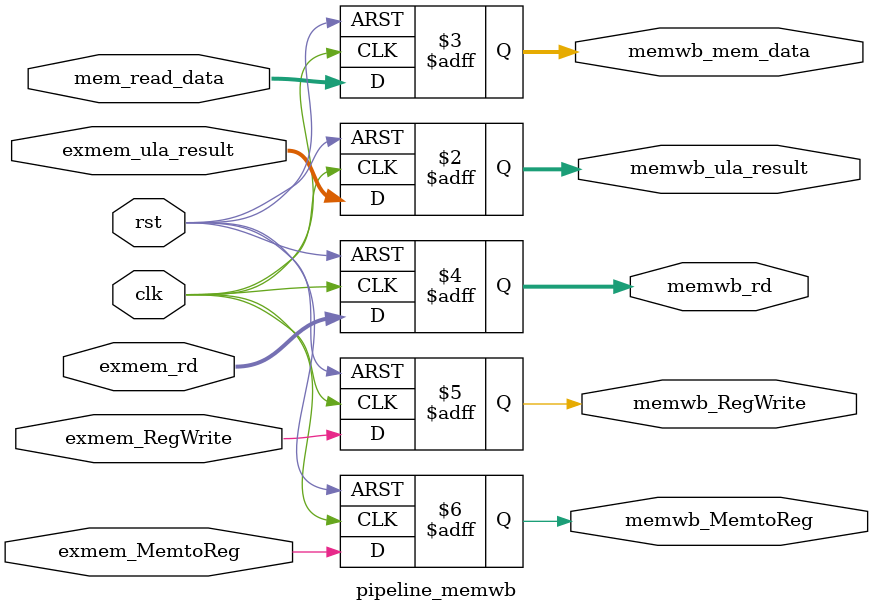
<source format=v>
module pipeline_memwb (
    input wire clk,
    input wire rst,
    input wire [31:0] exmem_ula_result,
    input wire [31:0] mem_read_data,
    input wire [4:0] exmem_rd,
    input wire exmem_RegWrite,
    input wire exmem_MemtoReg,
    output reg [31:0] memwb_ula_result,
    output reg [31:0] memwb_mem_data,
    output reg [4:0] memwb_rd,
    output reg memwb_RegWrite,
    output reg memwb_MemtoReg
);

    always @(posedge clk or posedge rst) begin
        if (rst) begin
            memwb_ula_result <= 32'b0;
            memwb_mem_data <= 32'b0;
            memwb_rd <= 5'b0;
            memwb_RegWrite <= 1'b0;
            memwb_MemtoReg <= 1'b0;
        end else begin
            memwb_ula_result <= exmem_ula_result;
            memwb_mem_data <= mem_read_data;
            memwb_rd <= exmem_rd;
            memwb_RegWrite <= exmem_RegWrite;
            memwb_MemtoReg <= exmem_MemtoReg;
        end
    end

endmodule
</source>
